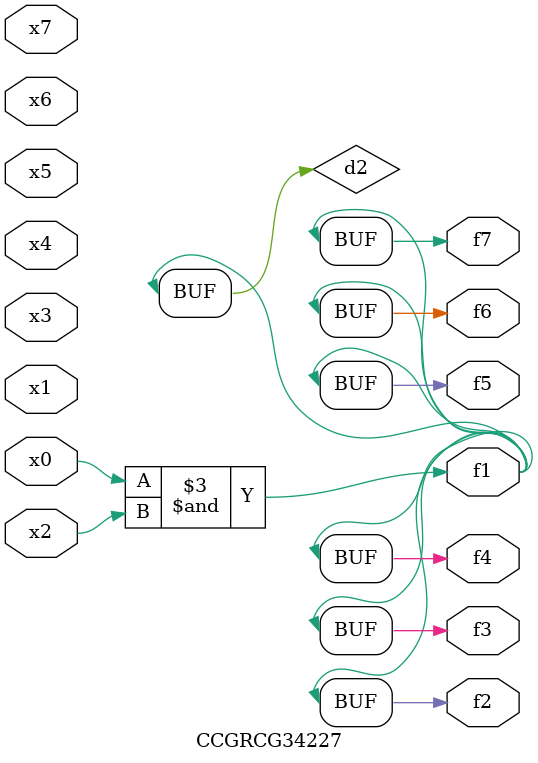
<source format=v>
module CCGRCG34227(
	input x0, x1, x2, x3, x4, x5, x6, x7,
	output f1, f2, f3, f4, f5, f6, f7
);

	wire d1, d2;

	nor (d1, x3, x6);
	and (d2, x0, x2);
	assign f1 = d2;
	assign f2 = d2;
	assign f3 = d2;
	assign f4 = d2;
	assign f5 = d2;
	assign f6 = d2;
	assign f7 = d2;
endmodule

</source>
